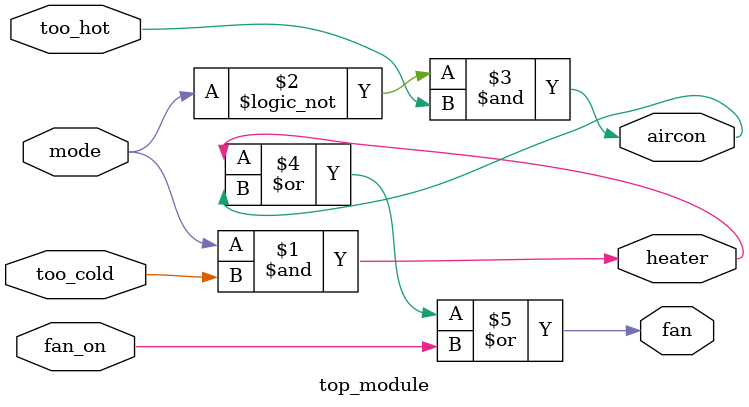
<source format=v>
module top_module (
    input too_cold,
    input too_hot,
    input mode,
    input fan_on,
    output heater,
    output aircon,
    output fan
); 
    assign heater = mode & too_cold;
    assign aircon = !mode & too_hot;
    assign fan = (heater | aircon) | fan_on;

endmodule

</source>
